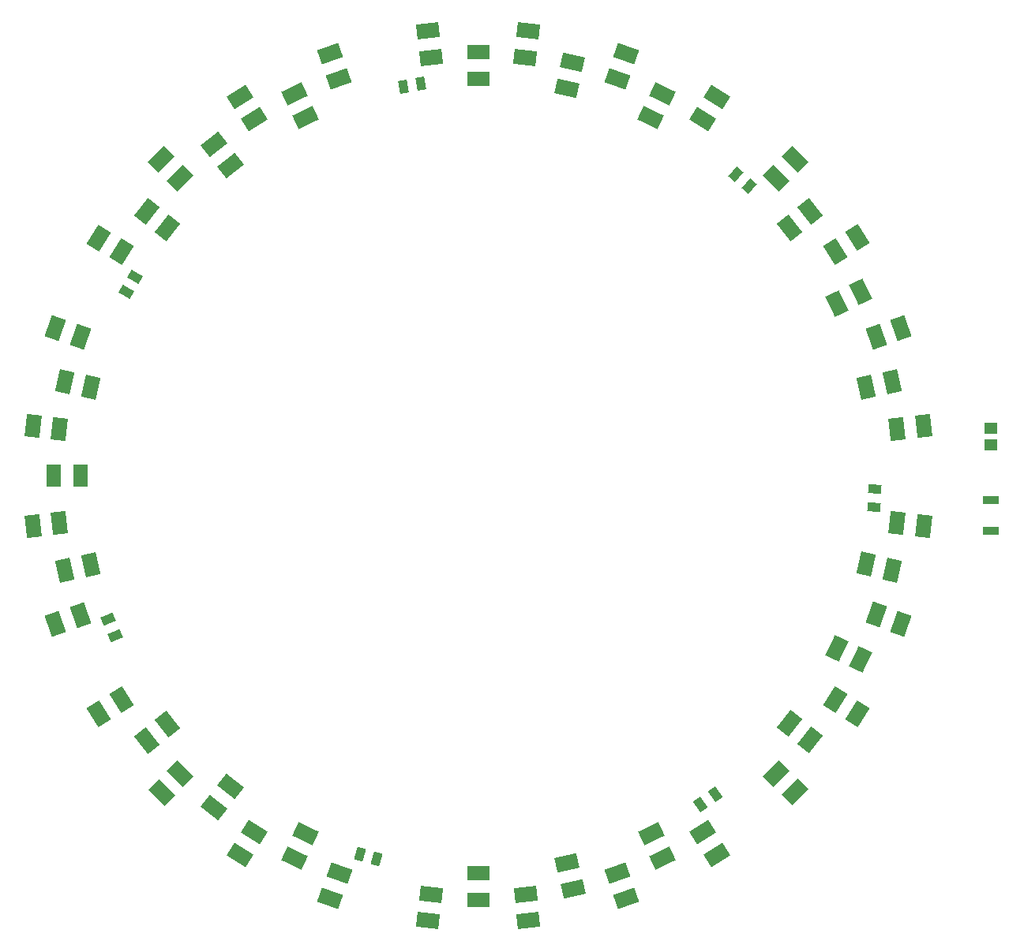
<source format=gtp>
G04 Layer_Color=8421504*
%FSLAX44Y44*%
%MOMM*%
G71*
G01*
G75*
G04:AMPARAMS|DCode=11|XSize=0.95mm|YSize=1.4mm|CornerRadius=0mm|HoleSize=0mm|Usage=FLASHONLY|Rotation=266.786|XOffset=0mm|YOffset=0mm|HoleType=Round|Shape=Rectangle|*
%AMROTATEDRECTD11*
4,1,4,-0.6723,0.5135,0.7255,0.4350,0.6723,-0.5135,-0.7255,-0.4350,-0.6723,0.5135,0.0*
%
%ADD11ROTATEDRECTD11*%

G04:AMPARAMS|DCode=12|XSize=2.4mm|YSize=1.6mm|CornerRadius=0mm|HoleSize=0mm|Usage=FLASHONLY|Rotation=263.595|XOffset=0mm|YOffset=0mm|HoleType=Round|Shape=Rectangle|*
%AMROTATEDRECTD12*
4,1,4,-0.6611,1.2818,0.9289,1.1033,0.6611,-1.2818,-0.9289,-1.1033,-0.6611,1.2818,0.0*
%
%ADD12ROTATEDRECTD12*%

%ADD13R,1.8000X0.9000*%
%ADD14R,1.4500X1.1500*%
G04:AMPARAMS|DCode=15|XSize=0.95mm|YSize=1.4mm|CornerRadius=0mm|HoleSize=0mm|Usage=FLASHONLY|Rotation=163.929|XOffset=0mm|YOffset=0mm|HoleType=Round|Shape=Rectangle|*
%AMROTATEDRECTD15*
4,1,4,0.6502,0.5412,0.2626,-0.8041,-0.6502,-0.5412,-0.2626,0.8041,0.6502,0.5412,0.0*
%
%ADD15ROTATEDRECTD15*%

G04:AMPARAMS|DCode=16|XSize=0.95mm|YSize=1.4mm|CornerRadius=0mm|HoleSize=0mm|Usage=FLASHONLY|Rotation=112.500|XOffset=0mm|YOffset=0mm|HoleType=Round|Shape=Rectangle|*
%AMROTATEDRECTD16*
4,1,4,0.8285,-0.1710,-0.4649,-0.7067,-0.8285,0.1710,0.4649,0.7067,0.8285,-0.1710,0.0*
%
%ADD16ROTATEDRECTD16*%

G04:AMPARAMS|DCode=17|XSize=0.95mm|YSize=1.4mm|CornerRadius=0mm|HoleSize=0mm|Usage=FLASHONLY|Rotation=59.877|XOffset=0mm|YOffset=0mm|HoleType=Round|Shape=Rectangle|*
%AMROTATEDRECTD17*
4,1,4,0.3671,-0.7621,-0.8438,-0.0595,-0.3671,0.7621,0.8438,0.0595,0.3671,-0.7621,0.0*
%
%ADD17ROTATEDRECTD17*%

G04:AMPARAMS|DCode=18|XSize=2.4mm|YSize=1.6mm|CornerRadius=0mm|HoleSize=0mm|Usage=FLASHONLY|Rotation=122.157|XOffset=0mm|YOffset=0mm|HoleType=Round|Shape=Rectangle|*
%AMROTATEDRECTD18*
4,1,4,1.3160,-0.5901,-0.0386,-1.4417,-1.3160,0.5901,0.0386,1.4417,1.3160,-0.5901,0.0*
%
%ADD18ROTATEDRECTD18*%

G04:AMPARAMS|DCode=19|XSize=2.4mm|YSize=1.6mm|CornerRadius=0mm|HoleSize=0mm|Usage=FLASHONLY|Rotation=308.586|XOffset=0mm|YOffset=0mm|HoleType=Round|Shape=Rectangle|*
%AMROTATEDRECTD19*
4,1,4,-1.3738,0.4391,-0.1231,1.4370,1.3738,-0.4391,0.1231,-1.4370,-1.3738,0.4391,0.0*
%
%ADD19ROTATEDRECTD19*%

G04:AMPARAMS|DCode=20|XSize=2.4mm|YSize=1.6mm|CornerRadius=0mm|HoleSize=0mm|Usage=FLASHONLY|Rotation=135.015|XOffset=0mm|YOffset=0mm|HoleType=Round|Shape=Rectangle|*
%AMROTATEDRECTD20*
4,1,4,1.4143,-0.2825,0.2832,-1.4141,-1.4143,0.2825,-0.2832,1.4141,1.4143,-0.2825,0.0*
%
%ADD20ROTATEDRECTD20*%

G04:AMPARAMS|DCode=21|XSize=2.4mm|YSize=1.6mm|CornerRadius=0mm|HoleSize=0mm|Usage=FLASHONLY|Rotation=321.444|XOffset=0mm|YOffset=0mm|HoleType=Round|Shape=Rectangle|*
%AMROTATEDRECTD21*
4,1,4,-1.4370,0.1223,-0.4398,1.3735,1.4370,-0.1223,0.4398,-1.3735,-1.4370,0.1223,0.0*
%
%ADD21ROTATEDRECTD21*%

G04:AMPARAMS|DCode=22|XSize=2.4mm|YSize=1.6mm|CornerRadius=0mm|HoleSize=0mm|Usage=FLASHONLY|Rotation=147.873|XOffset=0mm|YOffset=0mm|HoleType=Round|Shape=Rectangle|*
%AMROTATEDRECTD22*
4,1,4,1.4417,0.0393,0.5908,-1.3157,-1.4417,-0.0393,-0.5908,1.3157,1.4417,0.0393,0.0*
%
%ADD22ROTATEDRECTD22*%

G04:AMPARAMS|DCode=23|XSize=2.4mm|YSize=1.6mm|CornerRadius=0mm|HoleSize=0mm|Usage=FLASHONLY|Rotation=334.302|XOffset=0mm|YOffset=0mm|HoleType=Round|Shape=Rectangle|*
%AMROTATEDRECTD23*
4,1,4,-1.4282,-0.2005,-0.7344,1.2412,1.4282,0.2005,0.7344,-1.2412,-1.4282,-0.2005,0.0*
%
%ADD23ROTATEDRECTD23*%

G04:AMPARAMS|DCode=24|XSize=2.4mm|YSize=1.6mm|CornerRadius=0mm|HoleSize=0mm|Usage=FLASHONLY|Rotation=160.731|XOffset=0mm|YOffset=0mm|HoleType=Round|Shape=Rectangle|*
%AMROTATEDRECTD24*
4,1,4,1.3968,0.3592,0.8688,-1.1512,-1.3968,-0.3592,-0.8688,1.1512,1.3968,0.3592,0.0*
%
%ADD24ROTATEDRECTD24*%

G04:AMPARAMS|DCode=25|XSize=2.4mm|YSize=1.6mm|CornerRadius=0mm|HoleSize=0mm|Usage=FLASHONLY|Rotation=70.725|XOffset=0mm|YOffset=0mm|HoleType=Round|Shape=Rectangle|*
%AMROTATEDRECTD25*
4,1,4,0.3590,-1.3968,-1.1513,-0.8687,-0.3590,1.3968,1.1513,0.8687,0.3590,-1.3968,0.0*
%
%ADD25ROTATEDRECTD25*%

G04:AMPARAMS|DCode=26|XSize=2.4mm|YSize=1.6mm|CornerRadius=0mm|HoleSize=0mm|Usage=FLASHONLY|Rotation=257.154|XOffset=0mm|YOffset=0mm|HoleType=Round|Shape=Rectangle|*
%AMROTATEDRECTD26*
4,1,4,-0.5132,1.3478,1.0468,0.9921,0.5132,-1.3478,-1.0468,-0.9921,-0.5132,1.3478,0.0*
%
%ADD26ROTATEDRECTD26*%

G04:AMPARAMS|DCode=27|XSize=2.4mm|YSize=1.6mm|CornerRadius=0mm|HoleSize=0mm|Usage=FLASHONLY|Rotation=270.012|XOffset=0mm|YOffset=0mm|HoleType=Round|Shape=Rectangle|*
%AMROTATEDRECTD27*
4,1,4,-0.8003,1.1998,0.7997,1.2002,0.8003,-1.1998,-0.7997,-1.2002,-0.8003,1.1998,0.0*
%
%ADD27ROTATEDRECTD27*%

G04:AMPARAMS|DCode=28|XSize=2.4mm|YSize=1.6mm|CornerRadius=0mm|HoleSize=0mm|Usage=FLASHONLY|Rotation=96.441|XOffset=0mm|YOffset=0mm|HoleType=Round|Shape=Rectangle|*
%AMROTATEDRECTD28*
4,1,4,0.9296,-1.1027,-0.6603,-1.2822,-0.9296,1.1027,0.6603,1.2822,0.9296,-1.1027,0.0*
%
%ADD28ROTATEDRECTD28*%

G04:AMPARAMS|DCode=29|XSize=2.4mm|YSize=1.6mm|CornerRadius=0mm|HoleSize=0mm|Usage=FLASHONLY|Rotation=282.870|XOffset=0mm|YOffset=0mm|HoleType=Round|Shape=Rectangle|*
%AMROTATEDRECTD29*
4,1,4,-1.0472,0.9917,0.5126,1.3480,1.0472,-0.9917,-0.5126,-1.3480,-1.0472,0.9917,0.0*
%
%ADD29ROTATEDRECTD29*%

G04:AMPARAMS|DCode=30|XSize=2.4mm|YSize=1.6mm|CornerRadius=0mm|HoleSize=0mm|Usage=FLASHONLY|Rotation=109.299|XOffset=0mm|YOffset=0mm|HoleType=Round|Shape=Rectangle|*
%AMROTATEDRECTD30*
4,1,4,1.1516,-0.8682,-0.3584,-1.3970,-1.1516,0.8682,0.3584,1.3970,1.1516,-0.8682,0.0*
%
%ADD30ROTATEDRECTD30*%

G04:AMPARAMS|DCode=31|XSize=2.4mm|YSize=1.6mm|CornerRadius=0mm|HoleSize=0mm|Usage=FLASHONLY|Rotation=19.293|XOffset=0mm|YOffset=0mm|HoleType=Round|Shape=Rectangle|*
%AMROTATEDRECTD31*
4,1,4,-0.8683,-1.1516,-1.3969,0.3586,0.8683,1.1516,1.3969,-0.3586,-0.8683,-1.1516,0.0*
%
%ADD31ROTATEDRECTD31*%

G04:AMPARAMS|DCode=32|XSize=2.4mm|YSize=1.6mm|CornerRadius=0mm|HoleSize=0mm|Usage=FLASHONLY|Rotation=205.722|XOffset=0mm|YOffset=0mm|HoleType=Round|Shape=Rectangle|*
%AMROTATEDRECTD32*
4,1,4,0.7339,1.2415,1.4283,-0.1999,-0.7339,-1.2415,-1.4283,0.1999,0.7339,1.2415,0.0*
%
%ADD32ROTATEDRECTD32*%

G04:AMPARAMS|DCode=33|XSize=2.4mm|YSize=1.6mm|CornerRadius=0mm|HoleSize=0mm|Usage=FLASHONLY|Rotation=32.151|XOffset=0mm|YOffset=0mm|HoleType=Round|Shape=Rectangle|*
%AMROTATEDRECTD33*
4,1,4,-0.5903,-1.3159,-1.4417,0.0387,0.5903,1.3159,1.4417,-0.0387,-0.5903,-1.3159,0.0*
%
%ADD33ROTATEDRECTD33*%

G04:AMPARAMS|DCode=34|XSize=2.4mm|YSize=1.6mm|CornerRadius=0mm|HoleSize=0mm|Usage=FLASHONLY|Rotation=218.580|XOffset=0mm|YOffset=0mm|HoleType=Round|Shape=Rectangle|*
%AMROTATEDRECTD34*
4,1,4,0.4392,1.3737,1.4370,0.1229,-0.4392,-1.3737,-1.4370,-0.1229,0.4392,1.3737,0.0*
%
%ADD34ROTATEDRECTD34*%

G04:AMPARAMS|DCode=35|XSize=2.4mm|YSize=1.6mm|CornerRadius=0mm|HoleSize=0mm|Usage=FLASHONLY|Rotation=45.009|XOffset=0mm|YOffset=0mm|HoleType=Round|Shape=Rectangle|*
%AMROTATEDRECTD35*
4,1,4,-0.2826,-1.4143,-1.4142,-0.2831,0.2826,1.4143,1.4142,0.2831,-0.2826,-1.4143,0.0*
%
%ADD35ROTATEDRECTD35*%

G04:AMPARAMS|DCode=36|XSize=2.4mm|YSize=1.6mm|CornerRadius=0mm|HoleSize=0mm|Usage=FLASHONLY|Rotation=231.438|XOffset=0mm|YOffset=0mm|HoleType=Round|Shape=Rectangle|*
%AMROTATEDRECTD36*
4,1,4,0.1225,1.4370,1.3736,0.4396,-0.1225,-1.4370,-1.3736,-0.4396,0.1225,1.4370,0.0*
%
%ADD36ROTATEDRECTD36*%

G04:AMPARAMS|DCode=37|XSize=2.4mm|YSize=1.6mm|CornerRadius=0mm|HoleSize=0mm|Usage=FLASHONLY|Rotation=57.867|XOffset=0mm|YOffset=0mm|HoleType=Round|Shape=Rectangle|*
%AMROTATEDRECTD37*
4,1,4,0.0392,-1.4417,-1.3157,-0.5907,-0.0392,1.4417,1.3157,0.5907,0.0392,-1.4417,0.0*
%
%ADD37ROTATEDRECTD37*%

G04:AMPARAMS|DCode=38|XSize=0.95mm|YSize=1.4mm|CornerRadius=0mm|HoleSize=0mm|Usage=FLASHONLY|Rotation=318.214|XOffset=0mm|YOffset=0mm|HoleType=Round|Shape=Rectangle|*
%AMROTATEDRECTD38*
4,1,4,-0.8206,-0.2054,0.1123,0.8385,0.8206,0.2054,-0.1123,-0.8385,-0.8206,-0.2054,0.0*
%
%ADD38ROTATEDRECTD38*%

G04:AMPARAMS|DCode=39|XSize=0.95mm|YSize=1.4mm|CornerRadius=0mm|HoleSize=0mm|Usage=FLASHONLY|Rotation=215.357|XOffset=0mm|YOffset=0mm|HoleType=Round|Shape=Rectangle|*
%AMROTATEDRECTD39*
4,1,4,-0.0177,0.8458,0.7925,-0.2960,0.0177,-0.8458,-0.7925,0.2960,-0.0177,0.8458,0.0*
%
%ADD39ROTATEDRECTD39*%

G04:AMPARAMS|DCode=40|XSize=0.95mm|YSize=1.4mm|CornerRadius=0mm|HoleSize=0mm|Usage=FLASHONLY|Rotation=9.643|XOffset=0mm|YOffset=0mm|HoleType=Round|Shape=Rectangle|*
%AMROTATEDRECTD40*
4,1,4,-0.3510,-0.7697,-0.5855,0.6105,0.3510,0.7697,0.5855,-0.6105,-0.3510,-0.7697,0.0*
%
%ADD40ROTATEDRECTD40*%

G04:AMPARAMS|DCode=41|XSize=2.4mm|YSize=1.6mm|CornerRadius=0mm|HoleSize=0mm|Usage=FLASHONLY|Rotation=115.716|XOffset=0mm|YOffset=0mm|HoleType=Round|Shape=Rectangle|*
%AMROTATEDRECTD41*
4,1,4,1.2415,-0.7340,-0.2001,-1.4283,-1.2415,0.7340,0.2001,1.4283,1.2415,-0.7340,0.0*
%
%ADD41ROTATEDRECTD41*%

G04:AMPARAMS|DCode=42|XSize=2.4mm|YSize=1.6mm|CornerRadius=0mm|HoleSize=0mm|Usage=FLASHONLY|Rotation=173.589|XOffset=0mm|YOffset=0mm|HoleType=Round|Shape=Rectangle|*
%AMROTATEDRECTD42*
4,1,4,1.2818,0.6610,1.1032,-0.9290,-1.2818,-0.6610,-1.1032,0.9290,1.2818,0.6610,0.0*
%
%ADD42ROTATEDRECTD42*%

G04:AMPARAMS|DCode=43|XSize=2.4mm|YSize=1.6mm|CornerRadius=0mm|HoleSize=0mm|Usage=FLASHONLY|Rotation=0.018|XOffset=0mm|YOffset=0mm|HoleType=Round|Shape=Rectangle|*
%AMROTATEDRECTD43*
4,1,4,-1.1998,-0.8004,-1.2003,0.7996,1.1998,0.8004,1.2003,-0.7996,-1.1998,-0.8004,0.0*
%
%ADD43ROTATEDRECTD43*%

G04:AMPARAMS|DCode=44|XSize=2.4mm|YSize=1.6mm|CornerRadius=0mm|HoleSize=0mm|Usage=FLASHONLY|Rotation=186.447|XOffset=0mm|YOffset=0mm|HoleType=Round|Shape=Rectangle|*
%AMROTATEDRECTD44*
4,1,4,1.1026,0.9297,1.2822,-0.6602,-1.1026,-0.9297,-1.2822,0.6602,1.1026,0.9297,0.0*
%
%ADD44ROTATEDRECTD44*%

G04:AMPARAMS|DCode=45|XSize=2.4mm|YSize=1.6mm|CornerRadius=0mm|HoleSize=0mm|Usage=FLASHONLY|Rotation=12.876|XOffset=0mm|YOffset=0mm|HoleType=Round|Shape=Rectangle|*
%AMROTATEDRECTD45*
4,1,4,-0.9916,-1.0473,-1.3481,0.5125,0.9916,1.0473,1.3481,-0.5125,-0.9916,-1.0473,0.0*
%
%ADD45ROTATEDRECTD45*%

G04:AMPARAMS|DCode=46|XSize=2.4mm|YSize=1.6mm|CornerRadius=0mm|HoleSize=0mm|Usage=FLASHONLY|Rotation=167.148|XOffset=0mm|YOffset=0mm|HoleType=Round|Shape=Rectangle|*
%AMROTATEDRECTD46*
4,1,4,1.3479,0.5130,0.9920,-1.0469,-1.3479,-0.5130,-0.9920,1.0469,1.3479,0.5130,0.0*
%
%ADD46ROTATEDRECTD46*%

G04:AMPARAMS|DCode=47|XSize=2.4mm|YSize=1.6mm|CornerRadius=0mm|HoleSize=0mm|Usage=FLASHONLY|Rotation=64.308|XOffset=0mm|YOffset=0mm|HoleType=Round|Shape=Rectangle|*
%AMROTATEDRECTD47*
4,1,4,0.2007,-1.4282,-1.2411,-0.7345,-0.2007,1.4282,1.2411,0.7345,0.2007,-1.4282,0.0*
%
%ADD47ROTATEDRECTD47*%

D11*
X425423Y-14376D02*
D03*
X424358Y-33346D02*
D03*
D12*
X449129Y-50418D02*
D03*
X477451Y-53597D02*
D03*
X-449118Y50512D02*
D03*
X-477440Y53697D02*
D03*
D13*
X550000Y-26250D02*
D03*
X550000Y-58750D02*
D03*
D14*
Y33500D02*
D03*
Y51500D02*
D03*
D15*
X-108681Y-411558D02*
D03*
X-126939Y-406298D02*
D03*
D16*
X-389531Y-171632D02*
D03*
X-396802Y-154078D02*
D03*
D17*
X-377228Y197634D02*
D03*
X-367692Y214068D02*
D03*
D18*
X-382618Y-240546D02*
D03*
X-406745Y-255715D02*
D03*
X382668Y240466D02*
D03*
X406799Y255630D02*
D03*
D19*
X-355700Y-283810D02*
D03*
X-333423Y-266034D02*
D03*
X355760Y283735D02*
D03*
X333478Y265965D02*
D03*
D20*
X-319493Y-319660D02*
D03*
X-339641Y-339818D02*
D03*
X319560Y319594D02*
D03*
X339712Y339747D02*
D03*
D21*
X-283623Y-355849D02*
D03*
X-265860Y-333562D02*
D03*
D22*
X-240346Y-382743D02*
D03*
X-255502Y-406879D02*
D03*
X240426Y382693D02*
D03*
X255587Y406826D02*
D03*
D23*
X-197322Y-410042D02*
D03*
X-184964Y-384361D02*
D03*
X197408Y410001D02*
D03*
X185044Y384322D02*
D03*
D24*
X-149145Y-426632D02*
D03*
X-158550Y-453535D02*
D03*
X149235Y426600D02*
D03*
X158645Y453502D02*
D03*
D25*
X-426616Y149190D02*
D03*
X-453518Y158598D02*
D03*
X426647Y-149101D02*
D03*
X453552Y-158503D02*
D03*
D26*
X-443661Y101172D02*
D03*
X-415874Y94835D02*
D03*
X443682Y-101079D02*
D03*
X415894Y-94748D02*
D03*
D27*
X-455050Y-95D02*
D03*
X-426550Y-89D02*
D03*
D28*
X-449097Y-50700D02*
D03*
X-477417Y-53897D02*
D03*
X449108Y50606D02*
D03*
X477429Y53797D02*
D03*
D29*
X-443618Y-101358D02*
D03*
X-415834Y-95010D02*
D03*
X443639Y101265D02*
D03*
X415854Y94923D02*
D03*
D30*
X-426553Y-149368D02*
D03*
X-453452Y-158788D02*
D03*
X426585Y149279D02*
D03*
X453485Y158693D02*
D03*
D31*
X-149324Y426569D02*
D03*
X-158740Y453469D02*
D03*
X149413Y-426538D02*
D03*
X158835Y-453435D02*
D03*
D32*
X-197494Y409959D02*
D03*
X-185125Y384283D02*
D03*
X197580Y-409918D02*
D03*
X185205Y-384245D02*
D03*
D33*
X-240506Y382643D02*
D03*
X-255673Y406772D02*
D03*
X240586Y-382592D02*
D03*
X255758Y-406719D02*
D03*
D34*
X-283772Y355730D02*
D03*
X-266000Y333450D02*
D03*
D35*
X-319627Y319527D02*
D03*
X-339783Y339676D02*
D03*
X319694Y-319460D02*
D03*
X339854Y-339605D02*
D03*
D36*
X-355819Y283661D02*
D03*
X-333534Y265895D02*
D03*
X355878Y-283586D02*
D03*
X333590Y-265825D02*
D03*
D37*
X-382718Y240386D02*
D03*
X-406853Y255545D02*
D03*
X382769Y-240306D02*
D03*
X406906Y-255460D02*
D03*
D38*
X276487Y323646D02*
D03*
X290654Y310985D02*
D03*
D39*
X254007Y-341573D02*
D03*
X238512Y-352567D02*
D03*
D40*
X-80650Y417956D02*
D03*
X-61918Y421139D02*
D03*
D41*
X409980Y197451D02*
D03*
X384303Y185085D02*
D03*
D42*
X-50465Y-449124D02*
D03*
X-53647Y-477445D02*
D03*
X50559Y449113D02*
D03*
X53747Y477434D02*
D03*
D43*
X143Y-455050D02*
D03*
X134Y-426550D02*
D03*
X-48Y455050D02*
D03*
X-45Y426550D02*
D03*
D44*
X50747Y-449092D02*
D03*
X53947Y-477412D02*
D03*
X-50653Y449103D02*
D03*
X-53847Y477423D02*
D03*
D45*
X101404Y-443608D02*
D03*
X95053Y-415824D02*
D03*
D46*
X101218Y443650D02*
D03*
X94879Y415864D02*
D03*
D47*
X410063Y-197279D02*
D03*
X384380Y-184924D02*
D03*
M02*

</source>
